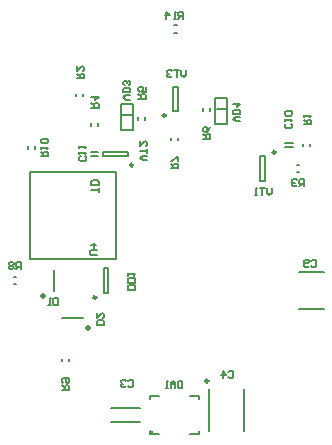
<source format=gbo>
G04*
G04 #@! TF.GenerationSoftware,Altium Limited,Altium Designer,20.1.8 (145)*
G04*
G04 Layer_Color=32896*
%FSTAX43Y43*%
%MOMM*%
G71*
G04*
G04 #@! TF.SameCoordinates,F520C443-D289-43A5-AF8C-D66C243BB58F*
G04*
G04*
G04 #@! TF.FilePolarity,Positive*
G04*
G01*
G75*
%ADD10C,0.250*%
%ADD14C,0.150*%
%ADD15C,0.200*%
%ADD76C,0.500*%
D10*
X0104724Y0106054D02*
G03*
X0104724Y0106054I-0000125J0D01*
G01*
X0098849Y0090654D02*
G03*
X0098849Y0090654I-0000125J0D01*
G01*
X0101974Y0101854D02*
G03*
X0101974Y0101854I-0000125J0D01*
G01*
X0114024Y0102954D02*
G03*
X0114024Y0102954I-0000125J0D01*
G01*
X0108349Y0083579D02*
G03*
X0108349Y0083579I-0000125J0D01*
G01*
D14*
X0103399Y0079129D02*
X0104149D01*
X0103399D02*
Y0079379D01*
X0106799Y0079129D02*
X0107549D01*
Y0079379D01*
X0103399Y0082329D02*
X0104149D01*
X0103399Y0082079D02*
Y0082329D01*
X0107549Y0082079D02*
Y0082329D01*
X0106799D02*
X0107549D01*
X0103399Y0079379D02*
X0103624Y0079154D01*
X0105349Y0106404D02*
X0105749D01*
X0105349Y0108504D02*
X0105749D01*
X0105349Y0106404D02*
Y0108504D01*
X0105749Y0106404D02*
Y0108504D01*
X0115999Y0092804D02*
X0118099D01*
X0115999Y0089704D02*
X0118099D01*
X0099874Y0091004D02*
Y0093104D01*
X0099474Y0091004D02*
Y0093104D01*
X0099874D01*
X0099474Y0091004D02*
X0099874D01*
X0098399Y0103004D02*
X0098999D01*
X0098399Y0102604D02*
X0098999D01*
X0099399Y0103004D02*
X0101499D01*
X0099399Y0102604D02*
X0101499D01*
X0099399D02*
Y0103004D01*
X0101499Y0102604D02*
Y0103004D01*
X0114874Y0103754D02*
X0115474D01*
X0114874Y0103354D02*
X0115474D01*
X0112749Y0100504D02*
Y0102604D01*
X0113149Y0100504D02*
Y0102604D01*
X0112749Y0100504D02*
X0113149D01*
X0112749Y0102604D02*
X0113149D01*
X0100124Y0080129D02*
X0102524D01*
X0100124Y0081329D02*
X0102524D01*
X0108374Y0079329D02*
Y0082929D01*
X0111374Y0079329D02*
Y0082929D01*
X0093224Y0093904D02*
X0100524D01*
Y0101254D01*
X0093224D02*
X0100524D01*
X0093224Y0093904D02*
Y0101254D01*
X0094149Y0102604D02*
X0094749D01*
Y0102904D01*
X0094649Y0103004D01*
X0094449D01*
X0094349Y0102904D01*
Y0102604D01*
Y0102804D02*
X0094149Y0103004D01*
Y0103204D02*
Y0103404D01*
Y0103304D01*
X0094749D01*
X0094649Y0103204D01*
Y0103704D02*
X0094749Y0103804D01*
Y0104004D01*
X0094649Y0104104D01*
X0094249D01*
X0094149Y0104004D01*
Y0103804D01*
X0094249Y0103704D01*
X0094649D01*
X0106149Y0083604D02*
Y0083004D01*
X0105849D01*
X0105749Y0083104D01*
Y0083504D01*
X0105849Y0083604D01*
X0106149D01*
X0105549Y0083004D02*
Y0083404D01*
X0105349Y0083604D01*
X0105149Y0083404D01*
Y0083004D01*
Y0083304D01*
X0105549D01*
X0104949Y0083004D02*
X0104749D01*
X0104849D01*
Y0083604D01*
X0104949Y0083504D01*
X0117049Y0093754D02*
X0117149Y0093854D01*
X0117349D01*
X0117449Y0093754D01*
Y0093354D01*
X0117349Y0093254D01*
X0117149D01*
X0117049Y0093354D01*
X0116849D02*
X0116749Y0093254D01*
X0116549D01*
X0116449Y0093354D01*
Y0093754D01*
X0116549Y0093854D01*
X0116749D01*
X0116849Y0093754D01*
Y0093654D01*
X0116749Y0093554D01*
X0116449D01*
X0099499Y0088304D02*
X0098899D01*
Y0088604D01*
X0098999Y0088704D01*
X0099399D01*
X0099499Y0088604D01*
Y0088304D01*
X0098899Y0089304D02*
Y0088904D01*
X0099299Y0089304D01*
X0099399D01*
X0099499Y0089204D01*
Y0089004D01*
X0099399Y0088904D01*
X0095599Y0090604D02*
Y0090004D01*
X0095299D01*
X0095199Y0090104D01*
Y0090504D01*
X0095299Y0090604D01*
X0095599D01*
X0094999Y0090004D02*
X0094799D01*
X0094899D01*
Y0090604D01*
X0094999Y0090504D01*
X0106199Y0114254D02*
Y0114854D01*
X0105899D01*
X0105799Y0114754D01*
Y0114554D01*
X0105899Y0114454D01*
X0106199D01*
X0105999D02*
X0105799Y0114254D01*
X0105599D02*
X0105399D01*
X0105499D01*
Y0114854D01*
X0105599Y0114754D01*
X0104799Y0114254D02*
Y0114854D01*
X0105099Y0114554D01*
X0104699D01*
X0095974Y0082804D02*
X0096574D01*
Y0083104D01*
X0096474Y0083204D01*
X0096274D01*
X0096174Y0083104D01*
Y0082804D01*
Y0083004D02*
X0095974Y0083204D01*
X0096074Y0083404D02*
X0095974Y0083504D01*
Y0083704D01*
X0096074Y0083804D01*
X0096474D01*
X0096574Y0083704D01*
Y0083504D01*
X0096474Y0083404D01*
X0096374D01*
X0096274Y0083504D01*
Y0083804D01*
X0092449Y0093054D02*
Y0093654D01*
X0092149D01*
X0092049Y0093554D01*
Y0093354D01*
X0092149Y0093254D01*
X0092449D01*
X0092249D02*
X0092049Y0093054D01*
X0091849Y0093554D02*
X0091749Y0093654D01*
X0091549D01*
X0091449Y0093554D01*
Y0093454D01*
X0091549Y0093354D01*
X0091449Y0093254D01*
Y0093154D01*
X0091549Y0093054D01*
X0091749D01*
X0091849Y0093154D01*
Y0093254D01*
X0091749Y0093354D01*
X0091849Y0093454D01*
Y0093554D01*
X0091749Y0093354D02*
X0091549D01*
X0110049Y0084304D02*
X0110149Y0084404D01*
X0110349D01*
X0110449Y0084304D01*
Y0083904D01*
X0110349Y0083804D01*
X0110149D01*
X0110049Y0083904D01*
X0109549Y0083804D02*
Y0084404D01*
X0109849Y0084104D01*
X0109449D01*
X0101549Y0083554D02*
X0101649Y0083654D01*
X0101849D01*
X0101949Y0083554D01*
Y0083154D01*
X0101849Y0083054D01*
X0101649D01*
X0101549Y0083154D01*
X0101349Y0083554D02*
X0101249Y0083654D01*
X0101049D01*
X0100949Y0083554D01*
Y0083454D01*
X0101049Y0083354D01*
X0101149D01*
X0101049D01*
X0100949Y0083254D01*
Y0083154D01*
X0101049Y0083054D01*
X0101249D01*
X0101349Y0083154D01*
X0111049Y0105554D02*
X0110649D01*
X0110449Y0105754D01*
X0110649Y0105954D01*
X0111049D01*
Y0106154D02*
X0110449D01*
Y0106454D01*
X0110549Y0106554D01*
X0110949D01*
X0111049Y0106454D01*
Y0106154D01*
X0110449Y0107054D02*
X0111049D01*
X0110749Y0106754D01*
Y0107153D01*
X0106449Y0109904D02*
Y0109504D01*
X0106249Y0109304D01*
X0106049Y0109504D01*
Y0109904D01*
X0105849D02*
X0105449D01*
X0105649D01*
Y0109304D01*
X0105249Y0109804D02*
X0105149Y0109904D01*
X0104949D01*
X010485Y0109804D01*
Y0109704D01*
X0104949Y0109604D01*
X0105049D01*
X0104949D01*
X010485Y0109504D01*
Y0109404D01*
X0104949Y0109304D01*
X0105149D01*
X0105249Y0109404D01*
X0103174Y0102254D02*
X0102774D01*
X0102574Y0102454D01*
X0102774Y0102654D01*
X0103174D01*
Y0102854D02*
Y0103254D01*
Y0103054D01*
X0102574D01*
Y0103853D02*
Y0103454D01*
X0102974Y0103853D01*
X0103074D01*
X0103174Y0103754D01*
Y0103554D01*
X0103074Y0103454D01*
X0113699Y0099904D02*
Y0099504D01*
X0113499Y0099304D01*
X0113299Y0099504D01*
Y0099904D01*
X0113099D02*
X0112699D01*
X0112899D01*
Y0099304D01*
X0112499D02*
X0112299D01*
X0112399D01*
Y0099904D01*
X0112499Y0099804D01*
X0101749Y0107404D02*
X0101349D01*
X0101149Y0107604D01*
X0101349Y0107804D01*
X0101749D01*
Y0108004D02*
X0101149D01*
Y0108304D01*
X0101249Y0108404D01*
X0101649D01*
X0101749Y0108304D01*
Y0108004D01*
X0101649Y0108604D02*
X0101749Y0108704D01*
Y0108904D01*
X0101649Y0109003D01*
X0101549D01*
X0101449Y0108904D01*
Y0108804D01*
Y0108904D01*
X0101349Y0109003D01*
X0101249D01*
X0101149Y0108904D01*
Y0108704D01*
X0101249Y0108604D01*
X0105149Y0101579D02*
X0105749D01*
Y0101879D01*
X0105649Y0101979D01*
X0105449D01*
X0105349Y0101879D01*
Y0101579D01*
Y0101779D02*
X0105149Y0101979D01*
X0105749Y0102179D02*
Y0102579D01*
X0105649D01*
X0105249Y0102179D01*
X0105149D01*
X0107924Y0104079D02*
X0108524D01*
Y0104379D01*
X0108424Y0104479D01*
X0108224D01*
X0108124Y0104379D01*
Y0104079D01*
Y0104279D02*
X0107924Y0104479D01*
X0108524Y0105079D02*
X0108424Y0104879D01*
X0108224Y0104679D01*
X0108024D01*
X0107924Y0104779D01*
Y0104979D01*
X0108024Y0105079D01*
X0108124D01*
X0108224Y0104979D01*
Y0104679D01*
X0102424Y0107479D02*
X0103024D01*
Y0107779D01*
X0102924Y0107879D01*
X0102724D01*
X0102624Y0107779D01*
Y0107479D01*
Y0107679D02*
X0102424Y0107879D01*
X0103024Y0108479D02*
Y0108079D01*
X0102724D01*
X0102824Y0108279D01*
Y0108379D01*
X0102724Y0108479D01*
X0102524D01*
X0102424Y0108379D01*
Y0108179D01*
X0102524Y0108079D01*
X0098449Y0106729D02*
X0099049D01*
Y0107029D01*
X0098949Y0107129D01*
X0098749D01*
X0098649Y0107029D01*
Y0106729D01*
Y0106929D02*
X0098449Y0107129D01*
Y0107629D02*
X0099049D01*
X0098749Y0107329D01*
Y0107729D01*
X0116449Y0100054D02*
Y0100654D01*
X0116149D01*
X0116049Y0100554D01*
Y0100354D01*
X0116149Y0100254D01*
X0116449D01*
X0116249D02*
X0116049Y0100054D01*
X0115849Y0100554D02*
X0115749Y0100654D01*
X0115549D01*
X0115449Y0100554D01*
Y0100454D01*
X0115549Y0100354D01*
X0115649D01*
X0115549D01*
X0115449Y0100254D01*
Y0100154D01*
X0115549Y0100054D01*
X0115749D01*
X0115849Y0100154D01*
X0097249Y0109204D02*
X0097849D01*
Y0109504D01*
X0097749Y0109604D01*
X0097549D01*
X0097449Y0109504D01*
Y0109204D01*
Y0109404D02*
X0097249Y0109604D01*
Y0110204D02*
Y0109804D01*
X0097649Y0110204D01*
X0097749D01*
X0097849Y0110104D01*
Y0109904D01*
X0097749Y0109804D01*
X0116474Y0105304D02*
X0117074D01*
Y0105604D01*
X0116974Y0105704D01*
X0116774D01*
X0116674Y0105604D01*
Y0105304D01*
Y0105504D02*
X0116474Y0105704D01*
Y0105904D02*
Y0106104D01*
Y0106004D01*
X0117074D01*
X0116974Y0105904D01*
X0098649Y0095254D02*
Y0094854D01*
X0098849Y0095054D02*
X0098449D01*
X0098949Y0094654D02*
X0098449D01*
X0098349Y0094554D01*
Y0094354D01*
X0098449Y0094254D01*
X0098949D01*
X0099049Y0099554D02*
Y0099954D01*
Y0099754D01*
X0098449D01*
X0099049Y0100154D02*
X0098449D01*
Y0100454D01*
X0098549Y0100554D01*
X0098949D01*
X0099049Y0100454D01*
Y0100154D01*
X0102124Y0091304D02*
X0101524D01*
Y0091604D01*
X0101624Y0091704D01*
X0102024D01*
X0102124Y0091604D01*
Y0091304D01*
Y0091904D02*
X0101524D01*
Y0092204D01*
X0101624Y0092304D01*
X0102024D01*
X0102124Y0092204D01*
Y0091904D01*
X0101524Y0092504D02*
Y0092704D01*
Y0092604D01*
X0102124D01*
X0102024Y0092504D01*
X0097924Y0102604D02*
X0098024Y0102504D01*
Y0102304D01*
X0097924Y0102204D01*
X0097524D01*
X0097424Y0102304D01*
Y0102504D01*
X0097524Y0102604D01*
X0097424Y0102804D02*
Y0103004D01*
Y0102904D01*
X0098024D01*
X0097924Y0102804D01*
X0097424Y0103304D02*
Y0103504D01*
Y0103404D01*
X0098024D01*
X0097924Y0103304D01*
X0115349Y0105354D02*
X0115449Y0105254D01*
Y0105054D01*
X0115349Y0104954D01*
X0114949D01*
X0114849Y0105054D01*
Y0105254D01*
X0114949Y0105354D01*
X0114849Y0105554D02*
Y0105754D01*
Y0105654D01*
X0115449D01*
X0115349Y0105554D01*
Y0106054D02*
X0115449Y0106154D01*
Y0106354D01*
X0115349Y0106454D01*
X0114949D01*
X0114849Y0106354D01*
Y0106154D01*
X0114949Y0106054D01*
X0115349D01*
D15*
X0093649Y0103254D02*
Y0103454D01*
X0093049Y0103254D02*
Y0103454D01*
X0105449Y0113679D02*
X0105649D01*
X0105449Y0113079D02*
X0105649D01*
X0105149Y0103954D02*
Y0104154D01*
X0105749Y0103954D02*
Y0104154D01*
X0091849Y0091754D02*
X0092049D01*
X0091849Y0092354D02*
X0092049D01*
X0095949Y0088929D02*
X0097749D01*
X0095249Y0091154D02*
Y0092954D01*
X0095924Y0085254D02*
Y0085454D01*
X0096524Y0085254D02*
Y0085454D01*
X0097149Y0107704D02*
Y0107904D01*
X0097749Y0107704D02*
Y0107904D01*
X0107899Y0106454D02*
Y0106654D01*
X0108499Y0106454D02*
Y0106654D01*
X0109049Y0106604D02*
X0109949D01*
X0108949Y0105354D02*
X0109949D01*
Y0107554D01*
X0108949D02*
X0109949D01*
X0108949Y0105354D02*
Y0107554D01*
X0115824Y0101254D02*
X0116024D01*
X0115824Y0101854D02*
X0116024D01*
X0101049Y0106104D02*
X0101949D01*
X0100949Y0104854D02*
X0101949D01*
Y0107054D01*
X0100949D02*
X0101949D01*
X0100949Y0104854D02*
Y0107054D01*
X0102399Y0105704D02*
Y0105904D01*
X0102999Y0105704D02*
Y0105904D01*
X0116374Y0103454D02*
Y0103654D01*
X0116974Y0103454D02*
Y0103654D01*
X0098999Y0105204D02*
Y0105404D01*
X0098399Y0105204D02*
Y0105404D01*
D76*
X0098149Y0088029D02*
D03*
X0094349Y0090754D02*
D03*
M02*

</source>
